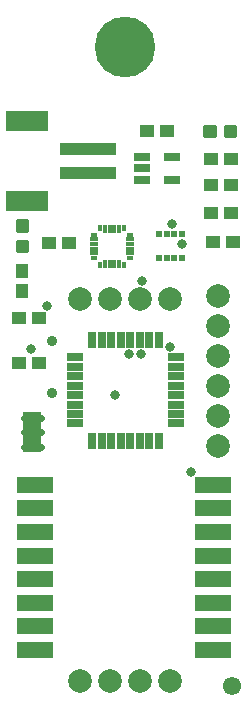
<source format=gbr>
G04 EAGLE Gerber RS-274X export*
G75*
%MOMM*%
%FSLAX34Y34*%
%LPD*%
%INSoldermask Top*%
%IPPOS*%
%AMOC8*
5,1,8,0,0,1.08239X$1,22.5*%
G01*
%ADD10C,5.130800*%
%ADD11C,1.549400*%
%ADD12R,1.227000X1.127000*%
%ADD13C,0.428259*%
%ADD14C,2.006600*%
%ADD15R,1.127000X1.227000*%
%ADD16C,0.889000*%
%ADD17R,1.397000X0.685800*%
%ADD18R,0.685800X1.397000*%
%ADD19R,3.127000X1.327000*%
%ADD20R,1.327000X0.677000*%
%ADD21R,0.104000X0.453000*%
%ADD22R,0.453000X0.104000*%
%ADD23R,0.622000X0.377000*%
%ADD24R,0.727000X0.377000*%
%ADD25R,0.377000X0.622000*%
%ADD26R,0.377000X0.727000*%
%ADD27R,0.477000X0.627000*%
%ADD28R,1.534156X3.495038*%
%ADD29C,0.577000*%
%ADD30R,4.727000X1.127000*%
%ADD31R,3.527000X1.727000*%
%ADD32C,0.812800*%
%ADD33C,0.832600*%


D10*
X106680Y680720D03*
D11*
X196850Y139700D03*
D12*
X179460Y563880D03*
X196460Y563880D03*
X196460Y585470D03*
X179460Y585470D03*
X197730Y515620D03*
X180730Y515620D03*
X42300Y514350D03*
X59300Y514350D03*
D13*
X22544Y508436D02*
X15556Y508436D01*
X15556Y515424D01*
X22544Y515424D01*
X22544Y508436D01*
X22544Y512505D02*
X15556Y512505D01*
X15556Y525976D02*
X22544Y525976D01*
X15556Y525976D02*
X15556Y532964D01*
X22544Y532964D01*
X22544Y525976D01*
X22544Y530045D02*
X15556Y530045D01*
X174426Y606106D02*
X174426Y613094D01*
X181414Y613094D01*
X181414Y606106D01*
X174426Y606106D01*
X174426Y610175D02*
X181414Y610175D01*
X191966Y613094D02*
X191966Y606106D01*
X191966Y613094D02*
X198954Y613094D01*
X198954Y606106D01*
X191966Y606106D01*
X191966Y610175D02*
X198954Y610175D01*
D14*
X185420Y342900D03*
X185420Y368300D03*
X185420Y393700D03*
X185420Y419100D03*
X185420Y444500D03*
X185420Y469900D03*
D15*
X19050Y474100D03*
X19050Y491100D03*
D12*
X196460Y539750D03*
X179460Y539750D03*
X33900Y450850D03*
X16900Y450850D03*
X33900Y412750D03*
X16900Y412750D03*
X141850Y609600D03*
X124850Y609600D03*
D16*
X44450Y387350D03*
X44450Y431800D03*
D14*
X144780Y467360D03*
X119380Y467360D03*
X93980Y467360D03*
X68580Y467360D03*
X144780Y143510D03*
X119380Y143510D03*
X93980Y143510D03*
X68580Y143510D03*
D17*
X63754Y417890D03*
X63754Y409890D03*
X63754Y401890D03*
X63754Y393890D03*
X63754Y385890D03*
X63754Y377890D03*
X63754Y369890D03*
X63754Y361890D03*
D18*
X78680Y346964D03*
X86680Y346964D03*
X94680Y346964D03*
X102680Y346964D03*
X110680Y346964D03*
X118680Y346964D03*
X126680Y346964D03*
X134680Y346964D03*
D17*
X149606Y361890D03*
X149606Y369890D03*
X149606Y377890D03*
X149606Y385890D03*
X149606Y393890D03*
X149606Y401890D03*
X149606Y409890D03*
X149606Y417890D03*
D18*
X134680Y432816D03*
X126680Y432816D03*
X118680Y432816D03*
X110680Y432816D03*
X102680Y432816D03*
X94680Y432816D03*
X86680Y432816D03*
X78680Y432816D03*
D19*
X30410Y310030D03*
X30410Y290030D03*
X30410Y270030D03*
X30410Y250030D03*
X30410Y230030D03*
X30410Y210030D03*
X30410Y190030D03*
X30410Y170030D03*
X180410Y170030D03*
X180410Y190030D03*
X180410Y210030D03*
X180410Y230030D03*
X180410Y250030D03*
X180410Y270030D03*
X180410Y290030D03*
X180410Y310030D03*
D20*
X120349Y587350D03*
X120349Y577850D03*
X120349Y568350D03*
X146351Y568350D03*
X146351Y587350D03*
D21*
X106760Y501815D03*
D22*
X105245Y523320D03*
D21*
X83740Y521805D03*
D22*
X85255Y500300D03*
X105245Y500300D03*
D21*
X106760Y521805D03*
D22*
X85255Y523320D03*
D21*
X83740Y501815D03*
D23*
X110775Y501810D03*
D24*
X110250Y505810D03*
X110250Y509810D03*
X110250Y513810D03*
X110250Y517810D03*
D23*
X110775Y521810D03*
D25*
X105250Y527335D03*
D26*
X101250Y526810D03*
X97250Y526810D03*
X93250Y526810D03*
X89250Y526810D03*
D25*
X85250Y527335D03*
D23*
X79725Y521810D03*
D24*
X80250Y517810D03*
X80250Y513810D03*
X80250Y509810D03*
X80250Y505810D03*
D23*
X79725Y501810D03*
D25*
X85250Y496285D03*
D26*
X89250Y496810D03*
X93250Y496810D03*
X97250Y496810D03*
X101250Y496810D03*
D25*
X105250Y496285D03*
D27*
X135030Y522060D03*
X141530Y522060D03*
X148030Y522060D03*
X154530Y522060D03*
X154530Y501560D03*
X148030Y501560D03*
X141530Y501560D03*
X135030Y501560D03*
D28*
X27915Y354355D03*
D29*
X20665Y366330D02*
X35215Y366330D01*
X35215Y354330D02*
X20665Y354330D01*
X20665Y342330D02*
X35215Y342330D01*
D30*
X75100Y574200D03*
X75100Y594200D03*
D31*
X23100Y550200D03*
X23100Y618200D03*
D32*
X144272Y426720D03*
X97536Y386080D03*
X162560Y321056D03*
X146304Y530352D03*
X119888Y420624D03*
X40640Y461264D03*
D33*
X120650Y482600D03*
D32*
X154432Y514096D03*
X109728Y420624D03*
X26416Y424688D03*
M02*

</source>
